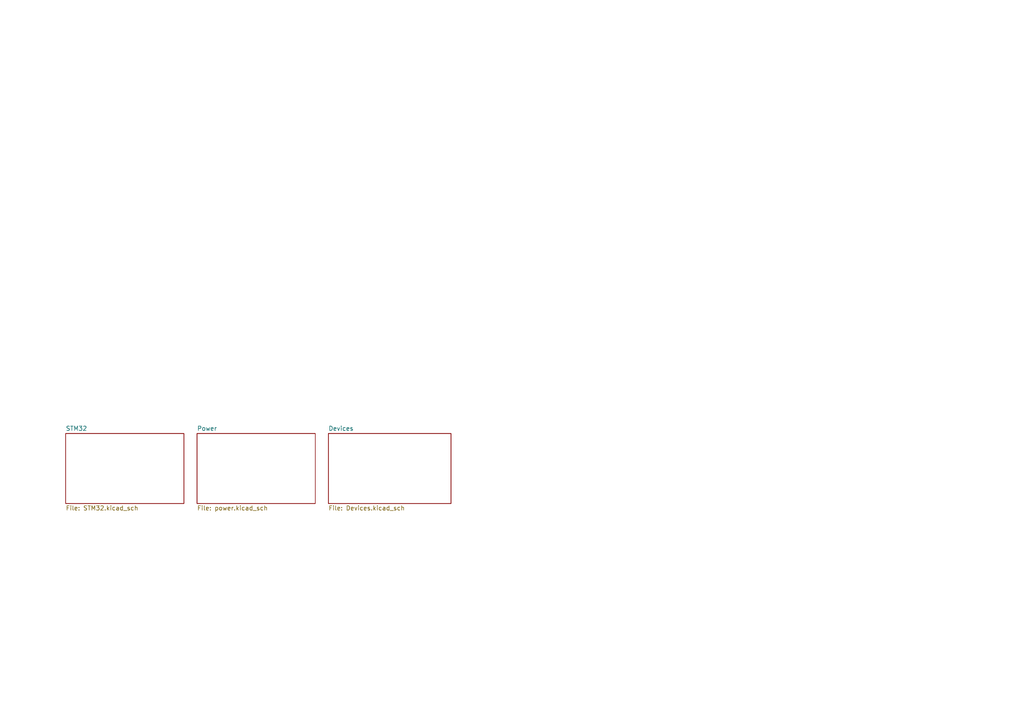
<source format=kicad_sch>
(kicad_sch
	(version 20250114)
	(generator "eeschema")
	(generator_version "9.0")
	(uuid "4868659c-0ded-4c53-93b4-2f590666e347")
	(paper "A4")
	(title_block
		(title "Main Page for SubSheets")
		(date "2025-09-11")
		(rev "R1")
		(company "Cedric Roghi")
	)
	(lib_symbols)
	(sheet
		(at 57.15 125.73)
		(size 34.29 20.32)
		(exclude_from_sim no)
		(in_bom yes)
		(on_board yes)
		(dnp no)
		(fields_autoplaced yes)
		(stroke
			(width 0.1524)
			(type solid)
		)
		(fill
			(color 0 0 0 0.0000)
		)
		(uuid "342f94ec-9a5f-4ce9-98fb-c54115bb0bd4")
		(property "Sheetname" "Power"
			(at 57.15 125.0184 0)
			(effects
				(font
					(size 1.27 1.27)
				)
				(justify left bottom)
			)
		)
		(property "Sheetfile" "power.kicad_sch"
			(at 57.15 146.6346 0)
			(effects
				(font
					(size 1.27 1.27)
				)
				(justify left top)
			)
		)
		(instances
			(project "STM32TurretBrain"
				(path "/4868659c-0ded-4c53-93b4-2f590666e347"
					(page "2")
				)
			)
		)
	)
	(sheet
		(at 19.05 125.73)
		(size 34.29 20.32)
		(exclude_from_sim no)
		(in_bom yes)
		(on_board yes)
		(dnp no)
		(fields_autoplaced yes)
		(stroke
			(width 0.1524)
			(type solid)
		)
		(fill
			(color 0 0 0 0.0000)
		)
		(uuid "6448120f-069a-4cac-844a-59d2f10117c3")
		(property "Sheetname" "STM32"
			(at 19.05 125.0184 0)
			(effects
				(font
					(size 1.27 1.27)
				)
				(justify left bottom)
			)
		)
		(property "Sheetfile" "STM32.kicad_sch"
			(at 19.05 146.6346 0)
			(effects
				(font
					(size 1.27 1.27)
				)
				(justify left top)
			)
		)
		(instances
			(project "STM32TurretBrain"
				(path "/4868659c-0ded-4c53-93b4-2f590666e347"
					(page "3")
				)
			)
		)
	)
	(sheet
		(at 95.25 125.73)
		(size 35.56 20.32)
		(exclude_from_sim no)
		(in_bom yes)
		(on_board yes)
		(dnp no)
		(fields_autoplaced yes)
		(stroke
			(width 0.1524)
			(type solid)
		)
		(fill
			(color 0 0 0 0.0000)
		)
		(uuid "fbe91eba-2cd6-4d2f-9d81-4b835e1db5c2")
		(property "Sheetname" "Devices"
			(at 95.25 125.0184 0)
			(effects
				(font
					(size 1.27 1.27)
				)
				(justify left bottom)
			)
		)
		(property "Sheetfile" "Devices.kicad_sch"
			(at 95.25 146.6346 0)
			(effects
				(font
					(size 1.27 1.27)
				)
				(justify left top)
			)
		)
		(instances
			(project "STM32TurretBrain"
				(path "/4868659c-0ded-4c53-93b4-2f590666e347"
					(page "4")
				)
			)
		)
	)
	(sheet_instances
		(path "/"
			(page "1")
		)
	)
	(embedded_fonts no)
)

</source>
